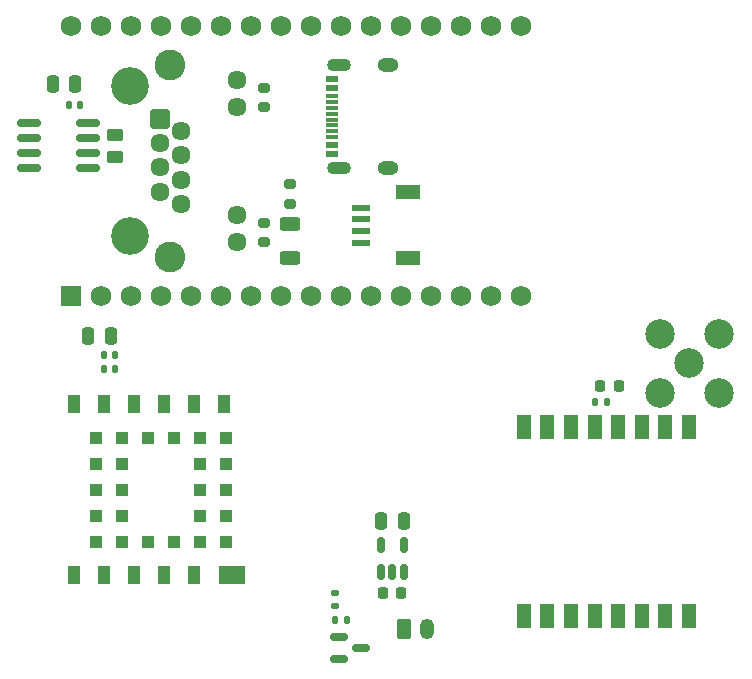
<source format=gbr>
%TF.GenerationSoftware,KiCad,Pcbnew,9.0.7*%
%TF.CreationDate,2026-02-14T09:58:14-05:00*%
%TF.ProjectId,satellite-board,73617465-6c6c-4697-9465-2d626f617264,rev?*%
%TF.SameCoordinates,Original*%
%TF.FileFunction,Soldermask,Top*%
%TF.FilePolarity,Negative*%
%FSLAX46Y46*%
G04 Gerber Fmt 4.6, Leading zero omitted, Abs format (unit mm)*
G04 Created by KiCad (PCBNEW 9.0.7) date 2026-02-14 09:58:14*
%MOMM*%
%LPD*%
G01*
G04 APERTURE LIST*
G04 Aperture macros list*
%AMRoundRect*
0 Rectangle with rounded corners*
0 $1 Rounding radius*
0 $2 $3 $4 $5 $6 $7 $8 $9 X,Y pos of 4 corners*
0 Add a 4 corners polygon primitive as box body*
4,1,4,$2,$3,$4,$5,$6,$7,$8,$9,$2,$3,0*
0 Add four circle primitives for the rounded corners*
1,1,$1+$1,$2,$3*
1,1,$1+$1,$4,$5*
1,1,$1+$1,$6,$7*
1,1,$1+$1,$8,$9*
0 Add four rect primitives between the rounded corners*
20,1,$1+$1,$2,$3,$4,$5,0*
20,1,$1+$1,$4,$5,$6,$7,0*
20,1,$1+$1,$6,$7,$8,$9,0*
20,1,$1+$1,$8,$9,$2,$3,0*%
G04 Aperture macros list end*
%ADD10RoundRect,0.250000X-0.625000X0.312500X-0.625000X-0.312500X0.625000X-0.312500X0.625000X0.312500X0*%
%ADD11RoundRect,0.150000X0.150000X-0.512500X0.150000X0.512500X-0.150000X0.512500X-0.150000X-0.512500X0*%
%ADD12R,1.000000X1.500000*%
%ADD13R,2.250000X1.500000*%
%ADD14R,1.000000X1.000000*%
%ADD15RoundRect,0.140000X0.140000X0.170000X-0.140000X0.170000X-0.140000X-0.170000X0.140000X-0.170000X0*%
%ADD16RoundRect,0.102000X0.762000X-0.762000X0.762000X0.762000X-0.762000X0.762000X-0.762000X-0.762000X0*%
%ADD17C,1.728000*%
%ADD18RoundRect,0.140000X-0.140000X-0.170000X0.140000X-0.170000X0.140000X0.170000X-0.140000X0.170000X0*%
%ADD19RoundRect,0.250000X0.250000X0.475000X-0.250000X0.475000X-0.250000X-0.475000X0.250000X-0.475000X0*%
%ADD20C,2.500000*%
%ADD21RoundRect,0.250000X-0.350000X-0.625000X0.350000X-0.625000X0.350000X0.625000X-0.350000X0.625000X0*%
%ADD22O,1.200000X1.750000*%
%ADD23RoundRect,0.250000X0.450000X-0.262500X0.450000X0.262500X-0.450000X0.262500X-0.450000X-0.262500X0*%
%ADD24RoundRect,0.200000X-0.275000X0.200000X-0.275000X-0.200000X0.275000X-0.200000X0.275000X0.200000X0*%
%ADD25RoundRect,0.150000X-0.825000X-0.150000X0.825000X-0.150000X0.825000X0.150000X-0.825000X0.150000X0*%
%ADD26RoundRect,0.135000X-0.185000X0.135000X-0.185000X-0.135000X0.185000X-0.135000X0.185000X0.135000X0*%
%ADD27RoundRect,0.250000X-0.250000X-0.475000X0.250000X-0.475000X0.250000X0.475000X-0.250000X0.475000X0*%
%ADD28R,1.600000X0.600000*%
%ADD29R,2.000000X1.200000*%
%ADD30RoundRect,0.225000X-0.225000X-0.250000X0.225000X-0.250000X0.225000X0.250000X-0.225000X0.250000X0*%
%ADD31RoundRect,0.150000X-0.587500X-0.150000X0.587500X-0.150000X0.587500X0.150000X-0.587500X0.150000X0*%
%ADD32RoundRect,0.135000X-0.135000X-0.185000X0.135000X-0.185000X0.135000X0.185000X-0.135000X0.185000X0*%
%ADD33R,1.200000X2.000000*%
%ADD34R,1.100000X0.550000*%
%ADD35R,1.100000X0.300000*%
%ADD36O,2.000000X1.100000*%
%ADD37O,1.800000X1.200000*%
%ADD38C,3.200000*%
%ADD39RoundRect,0.102000X0.704000X-0.704000X0.704000X0.704000X-0.704000X0.704000X-0.704000X-0.704000X0*%
%ADD40C,1.612000*%
%ADD41C,2.604000*%
G04 APERTURE END LIST*
D10*
%TO.C,R4*%
X177000000Y-61675000D03*
X177000000Y-64600000D03*
%TD*%
D11*
%TO.C,U2*%
X184700000Y-91137500D03*
X185650000Y-91137500D03*
X186600000Y-91137500D03*
X186600000Y-88862500D03*
X184700000Y-88862500D03*
%TD*%
D12*
%TO.C,U5*%
X171437500Y-76937500D03*
X168897500Y-76937500D03*
X166357500Y-76937500D03*
X163817500Y-76937500D03*
X161277500Y-76937500D03*
X158737500Y-76937500D03*
X158737500Y-91437500D03*
X161277500Y-91437500D03*
X163817500Y-91437500D03*
X166357500Y-91437500D03*
X168897500Y-91437500D03*
D13*
X172062500Y-91437500D03*
D14*
X171587500Y-88587500D03*
X171587500Y-86387500D03*
X171587500Y-84187500D03*
X171587500Y-81987500D03*
X171587500Y-79787500D03*
X169387500Y-79787500D03*
X167187500Y-79787500D03*
X164987500Y-79787500D03*
X162787500Y-79787500D03*
X160587500Y-79787500D03*
X160587500Y-81987500D03*
X160587500Y-84187500D03*
X160587500Y-86387500D03*
X160587500Y-88587500D03*
X162787500Y-88587500D03*
X164987500Y-88587500D03*
X167187500Y-88587500D03*
X169387500Y-88587500D03*
X169387500Y-86387500D03*
X169387500Y-84187500D03*
X169387500Y-81987500D03*
X162787500Y-81987500D03*
X162787500Y-84187500D03*
X162787500Y-86387500D03*
%TD*%
D15*
%TO.C,C8*%
X159200000Y-51625000D03*
X158240000Y-51625000D03*
%TD*%
D16*
%TO.C,U3*%
X158475000Y-67830000D03*
D17*
X161015000Y-67830000D03*
X163555000Y-67830000D03*
X166095000Y-67830000D03*
X168635000Y-67830000D03*
X171175000Y-67830000D03*
X173715000Y-67830000D03*
X176255000Y-67830000D03*
X178795000Y-67830000D03*
X181335000Y-67830000D03*
X183875000Y-67830000D03*
X186415000Y-67830000D03*
X188955000Y-67830000D03*
X191495000Y-67830000D03*
X194035000Y-67830000D03*
X196575000Y-67830000D03*
X158475000Y-44970000D03*
X161015000Y-44970000D03*
X163555000Y-44970000D03*
X166095000Y-44970000D03*
X168635000Y-44970000D03*
X171175000Y-44970000D03*
X173715000Y-44970000D03*
X176255000Y-44970000D03*
X178795000Y-44970000D03*
X181335000Y-44970000D03*
X183875000Y-44970000D03*
X186415000Y-44970000D03*
X188955000Y-44970000D03*
X191495000Y-44970000D03*
X194035000Y-44970000D03*
X196575000Y-44970000D03*
%TD*%
D18*
%TO.C,C5*%
X161240000Y-74000000D03*
X162200000Y-74000000D03*
%TD*%
D19*
%TO.C,C9*%
X158800000Y-49825000D03*
X156900000Y-49825000D03*
%TD*%
D20*
%TO.C,U6*%
X213300000Y-71000000D03*
X213340000Y-76040000D03*
X208300000Y-76000000D03*
X208300000Y-71000000D03*
X210800000Y-73500000D03*
%TD*%
D21*
%TO.C,J2*%
X186600000Y-96000000D03*
D22*
X188600000Y-96000000D03*
%TD*%
D23*
%TO.C,R5*%
X162200000Y-56025000D03*
X162200000Y-54200000D03*
%TD*%
D24*
%TO.C,R3*%
X177000000Y-58350000D03*
X177000000Y-60000000D03*
%TD*%
D25*
%TO.C,U4*%
X154925000Y-53155000D03*
X154925000Y-54425000D03*
X154925000Y-55695000D03*
X154925000Y-56965000D03*
X159875000Y-56965000D03*
X159875000Y-55695000D03*
X159875000Y-54425000D03*
X159875000Y-53155000D03*
%TD*%
D26*
%TO.C,R7*%
X180800000Y-92980000D03*
X180800000Y-94000000D03*
%TD*%
D18*
%TO.C,C4*%
X202840000Y-76800000D03*
X203800000Y-76800000D03*
%TD*%
D27*
%TO.C,C7*%
X159900000Y-71200000D03*
X161800000Y-71200000D03*
%TD*%
D28*
%TO.C,CN1*%
X183000000Y-63300000D03*
X183000000Y-62300000D03*
X183000000Y-61300000D03*
X183000000Y-60300000D03*
D29*
X187000000Y-59000000D03*
X187000000Y-64600000D03*
%TD*%
D30*
%TO.C,C2*%
X184850000Y-92900000D03*
X186400000Y-92900000D03*
%TD*%
D18*
%TO.C,C6*%
X161240000Y-72800000D03*
X162200000Y-72800000D03*
%TD*%
D24*
%TO.C,R2*%
X174800000Y-61600000D03*
X174800000Y-63250000D03*
%TD*%
D27*
%TO.C,C1*%
X184700000Y-86800000D03*
X186600000Y-86800000D03*
%TD*%
D31*
%TO.C,Q1*%
X181125000Y-96650000D03*
X181125000Y-98550000D03*
X183000000Y-97600000D03*
%TD*%
D32*
%TO.C,R6*%
X180780000Y-95200000D03*
X181800000Y-95200000D03*
%TD*%
D30*
%TO.C,C3*%
X203250000Y-75400000D03*
X204800000Y-75400000D03*
%TD*%
D24*
%TO.C,R1*%
X174800000Y-50150000D03*
X174800000Y-51800000D03*
%TD*%
D33*
%TO.C,U1*%
X196777716Y-94920000D03*
X198777716Y-94920000D03*
X200777716Y-94920000D03*
X202777716Y-94920000D03*
X204777716Y-94920000D03*
X206777716Y-94920000D03*
X208777716Y-94920000D03*
X210777716Y-94920000D03*
X210777716Y-78920000D03*
X208777716Y-78920000D03*
X206777716Y-78920000D03*
X204777716Y-78920000D03*
X202777716Y-78920000D03*
X200777716Y-78920000D03*
X198777716Y-78920000D03*
X196777716Y-78920000D03*
%TD*%
D34*
%TO.C,USB1*%
X180574250Y-55800000D03*
X180574250Y-55000000D03*
D35*
X180574250Y-54350000D03*
X180574250Y-53850000D03*
X180574250Y-53350000D03*
X180574250Y-52850000D03*
X180574250Y-52350000D03*
X180574250Y-51850000D03*
X180574250Y-51350000D03*
X180574250Y-50850000D03*
D34*
X180574250Y-50200000D03*
X180574250Y-49400000D03*
D36*
X181124250Y-56925000D03*
D37*
X185324250Y-56925000D03*
D36*
X181124250Y-48275000D03*
D37*
X185324250Y-48275000D03*
%TD*%
D38*
%TO.C,J1*%
X163400000Y-62750000D03*
X163400000Y-50050000D03*
D39*
X165940000Y-52830000D03*
D40*
X167720000Y-53850000D03*
X165940000Y-54870000D03*
X167720000Y-55890000D03*
X165940000Y-56910000D03*
X167720000Y-57930000D03*
X165940000Y-58950000D03*
X167720000Y-59970000D03*
X172540000Y-49540000D03*
X172540000Y-51830000D03*
X172540000Y-60970000D03*
X172540000Y-63260000D03*
D41*
X166830000Y-64525000D03*
X166830000Y-48275000D03*
%TD*%
M02*

</source>
